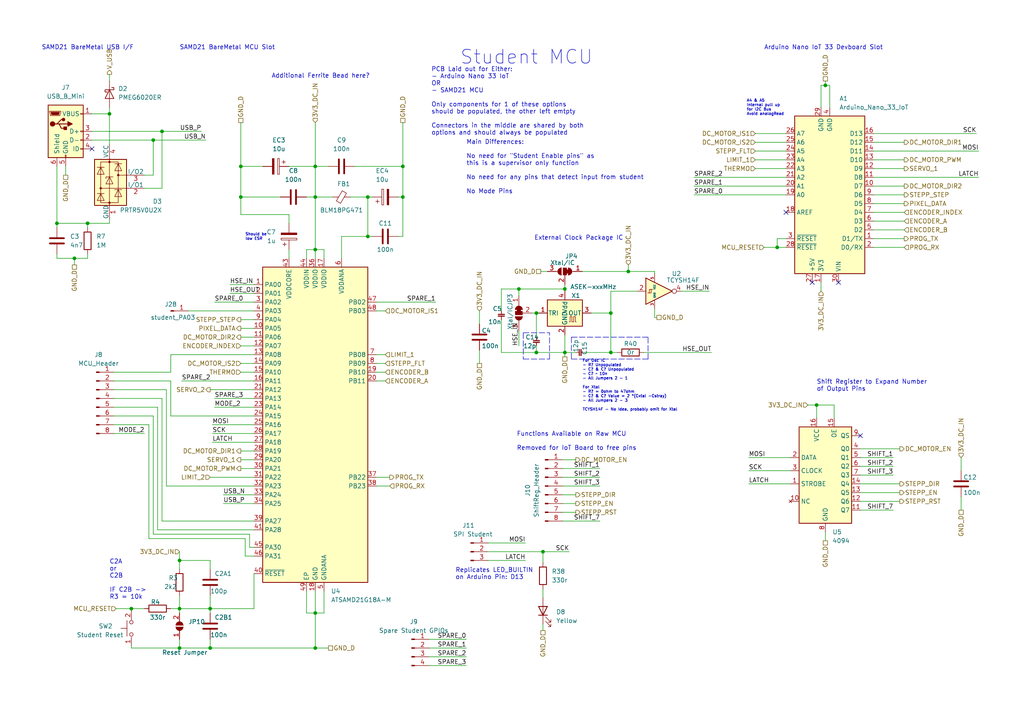
<source format=kicad_sch>
(kicad_sch (version 20211123) (generator eeschema)
  (paper "A4")
  (lib_symbols
    (symbol "000_Capacitor_Electrolytic_Immo:22u" (pin_numbers hide) (pin_names (offset 0.254))
      (property "Reference" "EC" (at 0.635 2.54 0))
      (property "Value" "22u" (at 0.635 -2.54 0))
      (symbol "22u_1_1"
        (pin passive line (at 0 3.81 270) (length 2.794) (name "~") (number "1"))
        (pin passive line (at 0 -3.81 90) (length 2.794) (name "~") (number "2"))
      )
    )
    (symbol "000_Capacitor_Film_Immo:cap_film_0805" (pin_numbers hide) (pin_names (offset 0.254))
      (property "Reference" "C" (at 0.635 2.54 0))
      (property "Value" "cap_film_0805" (at 0.635 -2.54 0))
      (symbol "cap_film_0805_1_1"
        (pin passive line (at 0 3.81 270) (length 2.794) (name "~") (number "1"))
        (pin passive line (at 0 -3.81 90) (length 2.794) (name "~") (number "2"))
      )
    )
    (symbol "000_Capacitor_Film_Immo:cap_film_0805_mini" (pin_numbers hide) (pin_names (offset 0.254))
      (property "Reference" "C" (at 0.635 2.54 0))
      (property "Value" "cap_film_0805_mini" (at 0.635 -2.54 0))
      (symbol "cap_film_0805_mini_1_1"
        (pin passive line (at 0 1.27 270) (length 1) (name "~") (number "1"))
        (pin passive line (at 0 -1.27 90) (length 1) (name "~") (number "2"))
      )
    )
    (symbol "000_Capacitor_Film_Immo:tantalum" (pin_numbers hide) (pin_names (offset 0.254))
      (property "Reference" "EC" (at 0.635 2.54 0))
      (property "Value" "tantalum" (at 0.635 -2.54 0))
      (symbol "tantalum_1_1"
        (pin passive line (at 0 3.81 270) (length 2.794) (name "~") (number "1"))
        (pin passive line (at 0 -3.81 90) (length 2.794) (name "~") (number "2"))
      )
    )
    (symbol "000_Logic_IC_Immo:4094"
      (property "Reference" "U" (at -7.62 13.97 0))
      (property "Value" "4094" (at -7.62 -16.51 0))
      (symbol "4094_1_0"
        (pin input line (at -10.16 -3.81 0) (length 2.54) (name "STROBE") (number "1"))
        (pin no_connect line (at -10.16 -8.89 0) (length 2.54) (name "NC") (number "10"))
        (pin tri_state line (at 10.16 -11.43 180) (length 2.54) (name "Q7") (number "11"))
        (pin tri_state line (at 10.16 -8.89 180) (length 2.54) (name "Q6") (number "12"))
        (pin tri_state line (at 10.16 -6.35 180) (length 2.54) (name "Q5") (number "13"))
        (pin tri_state line (at 10.16 -3.81 180) (length 2.54) (name "Q4") (number "14"))
        (pin input line (at 2.54 15.24 270) (length 2.54) (name "OE") (number "15"))
        (pin power_in line (at -2.54 15.24 270) (length 2.54) (name "VCC") (number "16"))
        (pin input line (at -10.16 3.81 0) (length 2.54) (name "DATA") (number "2"))
        (pin input line (at -10.16 0 0) (length 2.54) (name "CLOCK") (number "3"))
        (pin tri_state line (at 10.16 6.35 180) (length 2.54) (name "Q0") (number "4"))
        (pin tri_state line (at 10.16 3.81 180) (length 2.54) (name "Q1") (number "5"))
        (pin tri_state line (at 10.16 1.27 180) (length 2.54) (name "Q2") (number "6"))
        (pin tri_state line (at 10.16 -1.27 180) (length 2.54) (name "Q3") (number "7"))
        (pin power_in line (at 0 -17.78 90) (length 2.54) (name "GND") (number "8"))
        (pin output line (at 10.16 10.16 180) (length 2.54) (name "QS") (number "9"))
      )
    )
    (symbol "000_Oscillator_Immo:ASEK-xxxMHz" (pin_names (offset 0.254))
      (property "Reference" "X" (at -5.08 6.35 0))
      (property "Value" "ASEK-xxxMHz" (at 1.27 -6.35 0))
      (symbol "ASEK-xxxMHz_1_1"
        (pin tri_state line (at -7.62 0 0) (length 2.54) (name "TRI") (number "1"))
        (pin power_in line (at 0 -6.35 90) (length 2.54) (name "GND") (number "2"))
        (pin output line (at 7.62 0 180) (length 2.54) (name "OUT") (number "3"))
        (pin power_in line (at 0 6.35 270) (length 2.54) (name "Vdd") (number "4"))
      )
    )
    (symbol "000_Pin_Headers_Immo:Conn_01x01_Male" (pin_names (offset 1.016) hide)
      (property "Reference" "J" (at 0 2.54 0))
      (property "Value" "Conn_01x01_Male" (at 0 -2.54 0))
      (symbol "Conn_01x01_Male_1_1"
        (pin passive line (at 5.08 0 180) (length 3.81) (name "Pin_1") (number "1"))
      )
    )
    (symbol "000_Resistors_Immo:Resistor_0805" (pin_numbers hide) (pin_names (offset 0))
      (property "Reference" "R?" (at -2.54 3.81 0))
      (property "Value" "Resistor_0805" (at -5.08 2.54 0))
      (symbol "Resistor_0805_1_1"
        (pin passive line (at -3.81 0 0) (length 1.27) (name "~") (number "1"))
        (pin passive line (at 3.81 0 180) (length 1.27) (name "~") (number "2"))
      )
    )
    (symbol "000_Switches_Immo:pushbutton_tactile_2pin_SMD" (pin_names (offset 1.016) hide)
      (property "Reference" "SW" (at 0.635 5.715 0))
      (property "Value" "pushbutton_tactile_2pin_SMD" (at 0 -3.175 0))
      (symbol "pushbutton_tactile_2pin_SMD_0_1"
        (pin passive line (at -5.08 2.54 0) (length 2.54) (name "1") (number "1"))
        (pin passive line (at 5.08 2.54 180) (length 2.6) (name "2") (number "2"))
      )
    )
    (symbol "74xGxx:SN74LVC1G14DBV"
      (property "Reference" "U" (at -2.54 5.08 0))
      (property "Value" "SN74LVC1G14DBV" (at 10.16 5.08 0))
      (symbol "SN74LVC1G14DBV_1_1"
        (pin no_connect line (at 5.08 0 180) (length 2.54) hide (name "NC") (number "1"))
        (pin input line (at -5.08 0 0) (length 2.54) (name "~") (number "2"))
        (pin power_in line (at 0 -5.08 90) (length 2.54) (name "GND") (number "3"))
        (pin output line (at 7.62 0 180) (length 1.27) (name "~") (number "4"))
        (pin power_in line (at 0 5.08 270) (length 2.54) (name "VCC") (number "5"))
      )
    )
    (symbol "Connector:Conn_01x03_Male" (pin_names (offset 1.016) hide)
      (property "Reference" "J" (at 0 5.08 0))
      (property "Value" "Conn_01x03_Male" (at 2.54 -4.191 0))
      (symbol "Conn_01x03_Male_1_1"
        (pin passive line (at 5.08 2.54 180) (length 3.81) (name "Pin_1") (number "1"))
        (pin passive line (at 5.08 0 180) (length 3.81) (name "Pin_2") (number "2"))
        (pin passive line (at 5.08 -2.54 180) (length 3.81) (name "Pin_3") (number "3"))
      )
    )
    (symbol "Connector:Conn_01x04_Male" (pin_names (offset 1.016) hide)
      (property "Reference" "J" (at 0 5.08 0))
      (property "Value" "Conn_01x04_Male" (at 0 -7.62 0))
      (symbol "Conn_01x04_Male_1_1"
        (pin passive line (at 5.08 2.54 180) (length 3.81) (name "Pin_1") (number "1"))
        (pin passive line (at 5.08 0 180) (length 3.81) (name "Pin_2") (number "2"))
        (pin passive line (at 5.08 -2.54 180) (length 3.81) (name "Pin_3") (number "3"))
        (pin passive line (at 5.08 -5.08 180) (length 3.81) (name "Pin_4") (number "4"))
      )
    )
    (symbol "Connector:Conn_01x08_Male" (pin_names (offset 1.016) hide)
      (property "Reference" "J" (at 0 10.16 0))
      (property "Value" "Conn_01x08_Male" (at 0 -12.7 0))
      (symbol "Conn_01x08_Male_1_1"
        (pin passive line (at 5.08 7.62 180) (length 3.81) (name "Pin_1") (number "1"))
        (pin passive line (at 5.08 5.08 180) (length 3.81) (name "Pin_2") (number "2"))
        (pin passive line (at 5.08 2.54 180) (length 3.81) (name "Pin_3") (number "3"))
        (pin passive line (at 5.08 0 180) (length 3.81) (name "Pin_4") (number "4"))
        (pin passive line (at 5.08 -2.54 180) (length 3.81) (name "Pin_5") (number "5"))
        (pin passive line (at 5.08 -5.08 180) (length 3.81) (name "Pin_6") (number "6"))
        (pin passive line (at 5.08 -7.62 180) (length 3.81) (name "Pin_7") (number "7"))
        (pin passive line (at 5.08 -10.16 180) (length 3.81) (name "Pin_8") (number "8"))
      )
    )
    (symbol "Connector:USB_B_Mini" (pin_names (offset 1.016))
      (property "Reference" "J" (at -5.08 11.43 0))
      (property "Value" "USB_B_Mini" (at -5.08 8.89 0))
      (symbol "USB_B_Mini_1_1"
        (pin power_out line (at 7.62 5.08 180) (length 2.54) (name "VBUS") (number "1"))
        (pin bidirectional line (at 7.62 -2.54 180) (length 2.54) (name "D-") (number "2"))
        (pin bidirectional line (at 7.62 0 180) (length 2.54) (name "D+") (number "3"))
        (pin passive line (at 7.62 -5.08 180) (length 2.54) (name "ID") (number "4"))
        (pin power_out line (at 0 -10.16 90) (length 2.54) (name "GND") (number "5"))
        (pin passive line (at -2.54 -10.16 90) (length 2.54) (name "Shield") (number "6"))
      )
    )
    (symbol "Device:FerriteBead_Small" (pin_numbers hide) (pin_names (offset 0))
      (property "Reference" "FB" (at 1.905 1.27 0))
      (property "Value" "FerriteBead_Small" (at 1.905 -1.27 0))
      (symbol "FerriteBead_Small_1_1"
        (pin passive line (at 0 2.54 270) (length 1.27) (name "~") (number "1"))
        (pin passive line (at 0 -2.54 90) (length 1.27) (name "~") (number "2"))
      )
    )
    (symbol "Device:LED" (pin_numbers hide) (pin_names (offset 1.016) hide)
      (property "Reference" "D" (at 0 2.54 0))
      (property "Value" "LED" (at 0 -2.54 0))
      (symbol "LED_1_1"
        (pin passive line (at -3.81 0 0) (length 2.54) (name "K") (number "1"))
        (pin passive line (at 3.81 0 180) (length 2.54) (name "A") (number "2"))
      )
    )
    (symbol "Diode:PMEG6020ER" (pin_numbers hide) (pin_names hide)
      (property "Reference" "D" (at 0 2.54 0))
      (property "Value" "PMEG6020ER" (at 0 -2.54 0))
      (symbol "PMEG6020ER_1_1"
        (pin passive line (at -3.81 0 0) (length 2.54) (name "K") (number "1"))
        (pin passive line (at 3.81 0 180) (length 2.54) (name "A") (number "2"))
      )
    )
    (symbol "Jumper:SolderJumper_2_Open" (pin_names (offset 0) hide)
      (property "Reference" "JP" (at 0 2.032 0))
      (property "Value" "SolderJumper_2_Open" (at 0 -2.54 0))
      (symbol "SolderJumper_2_Open_1_1"
        (pin passive line (at -3.81 0 0) (length 2.54) (name "A") (number "1"))
        (pin passive line (at 3.81 0 180) (length 2.54) (name "B") (number "2"))
      )
    )
    (symbol "MCU_Microchip_SAMD:ATSAMD21G18A-M"
      (property "Reference" "U" (at -13.97 46.99 0))
      (property "Value" "ATSAMD21G18A-M" (at 16.51 46.99 0))
      (symbol "ATSAMD21G18A-M_1_1"
        (pin bidirectional line (at -17.78 40.64 0) (length 2.54) (name "PA00") (number "1"))
        (pin bidirectional line (at -17.78 27.94 0) (length 2.54) (name "PA05") (number "10"))
        (pin bidirectional line (at -17.78 25.4 0) (length 2.54) (name "PA06") (number "11"))
        (pin bidirectional line (at -17.78 22.86 0) (length 2.54) (name "PA07") (number "12"))
        (pin bidirectional line (at -17.78 20.32 0) (length 2.54) (name "PA08") (number "13"))
        (pin bidirectional line (at -17.78 17.78 0) (length 2.54) (name "PA09") (number "14"))
        (pin bidirectional line (at -17.78 15.24 0) (length 2.54) (name "PA10") (number "15"))
        (pin bidirectional line (at -17.78 12.7 0) (length 2.54) (name "PA11") (number "16"))
        (pin power_in line (at 2.54 48.26 270) (length 2.54) (name "VDDIO") (number "17"))
        (pin power_in line (at 0 -48.26 90) (length 2.54) (name "GND") (number "18"))
        (pin bidirectional line (at 17.78 15.24 180) (length 2.54) (name "PB10") (number "19"))
        (pin bidirectional line (at -17.78 38.1 0) (length 2.54) (name "PA01") (number "2"))
        (pin bidirectional line (at 17.78 12.7 180) (length 2.54) (name "PB11") (number "20"))
        (pin bidirectional line (at -17.78 10.16 0) (length 2.54) (name "PA12") (number "21"))
        (pin bidirectional line (at -17.78 7.62 0) (length 2.54) (name "PA13") (number "22"))
        (pin bidirectional line (at -17.78 5.08 0) (length 2.54) (name "PA14") (number "23"))
        (pin bidirectional line (at -17.78 2.54 0) (length 2.54) (name "PA15") (number "24"))
        (pin bidirectional line (at -17.78 0 0) (length 2.54) (name "PA16") (number "25"))
        (pin bidirectional line (at -17.78 -2.54 0) (length 2.54) (name "PA17") (number "26"))
        (pin bidirectional line (at -17.78 -5.08 0) (length 2.54) (name "PA18") (number "27"))
        (pin bidirectional line (at -17.78 -7.62 0) (length 2.54) (name "PA19") (number "28"))
        (pin bidirectional line (at -17.78 -10.16 0) (length 2.54) (name "PA20") (number "29"))
        (pin bidirectional line (at -17.78 35.56 0) (length 2.54) (name "PA02") (number "3"))
        (pin bidirectional line (at -17.78 -12.7 0) (length 2.54) (name "PA21") (number "30"))
        (pin bidirectional line (at -17.78 -15.24 0) (length 2.54) (name "PA22") (number "31"))
        (pin bidirectional line (at -17.78 -17.78 0) (length 2.54) (name "PA23") (number "32"))
        (pin bidirectional line (at -17.78 -20.32 0) (length 2.54) (name "PA24") (number "33"))
        (pin bidirectional line (at -17.78 -22.86 0) (length 2.54) (name "PA25") (number "34"))
        (pin passive line (at 0 -48.26 90) (length 2.54) hide (name "GND") (number "35"))
        (pin power_in line (at 0 48.26 270) (length 2.54) (name "VDDIO") (number "36"))
        (pin bidirectional line (at 17.78 -15.24 180) (length 2.54) (name "PB22") (number "37"))
        (pin bidirectional line (at 17.78 -17.78 180) (length 2.54) (name "PB23") (number "38"))
        (pin bidirectional line (at -17.78 -27.94 0) (length 2.54) (name "PA27") (number "39"))
        (pin bidirectional line (at -17.78 33.02 0) (length 2.54) (name "PA03") (number "4"))
        (pin input line (at -17.78 -43.18 0) (length 2.54) (name "~{RESET}") (number "40"))
        (pin bidirectional line (at -17.78 -30.48 0) (length 2.54) (name "PA28") (number "41"))
        (pin passive line (at 0 -48.26 90) (length 2.54) hide (name "GND") (number "42"))
        (pin power_out line (at -7.62 48.26 270) (length 2.54) (name "VDDCORE") (number "43"))
        (pin power_in line (at -2.54 48.26 270) (length 2.54) (name "VDDIN") (number "44"))
        (pin bidirectional line (at -17.78 -35.56 0) (length 2.54) (name "PA30") (number "45"))
        (pin bidirectional line (at -17.78 -38.1 0) (length 2.54) (name "PA31") (number "46"))
        (pin bidirectional line (at 17.78 35.56 180) (length 2.54) (name "PB02") (number "47"))
        (pin bidirectional line (at 17.78 33.02 180) (length 2.54) (name "PB03") (number "48"))
        (pin passive line (at -2.54 -48.26 90) (length 2.54) (name "EP") (number "49"))
        (pin power_in line (at 2.54 -48.26 90) (length 2.54) (name "GNDANA") (number "5"))
        (pin power_in line (at 7.62 48.26 270) (length 2.54) (name "VDDANA") (number "6"))
        (pin bidirectional line (at 17.78 20.32 180) (length 2.54) (name "PB08") (number "7"))
        (pin bidirectional line (at 17.78 17.78 180) (length 2.54) (name "PB09") (number "8"))
        (pin bidirectional line (at -17.78 30.48 0) (length 2.54) (name "PA04") (number "9"))
      )
    )
    (symbol "MCU_Module:Arduino_Nano_33_IoT"
      (property "Reference" "A" (at -10.16 23.495 0))
      (property "Value" "Arduino_Nano_33_IoT" (at 5.08 -24.13 0))
      (symbol "Arduino_Nano_33_IoT_0_0"
        (text "~" (at -6.35 -7.62 0) (effects (font (size 1.27 1.27))))
        (text "~" (at -6.35 0 0) (effects (font (size 1.27 1.27))))
        (text "~" (at -6.35 2.54 0) (effects (font (size 1.27 1.27))))
        (text "~" (at -6.35 7.62 0) (effects (font (size 1.27 1.27))))
        (text "~" (at -6.35 10.16 0) (effects (font (size 1.27 1.27))))
        (text "~" (at -5.08 -15.24 0) (effects (font (size 1.27 1.27))))
        (text "~" (at -5.08 -12.7 0) (effects (font (size 1.27 1.27))))
        (text "~" (at -5.08 -10.16 0) (effects (font (size 1.27 1.27))))
        (text "~" (at 6.35 -12.7 0) (effects (font (size 1.27 1.27))))
        (text "~" (at 6.35 -7.62 0) (effects (font (size 1.27 1.27))))
        (text "~" (at 6.35 -5.08 0) (effects (font (size 1.27 1.27))))
      )
      (symbol "Arduino_Nano_33_IoT_1_1"
        (pin bidirectional line (at -12.7 12.7 0) (length 2.54) (name "D1/TX") (number "1"))
        (pin bidirectional line (at -12.7 -2.54 0) (length 2.54) (name "D7") (number "10"))
        (pin bidirectional line (at -12.7 -5.08 0) (length 2.54) (name "D8") (number "11"))
        (pin bidirectional line (at -12.7 -7.62 0) (length 2.54) (name "D9") (number "12"))
        (pin bidirectional line (at -12.7 -10.16 0) (length 2.54) (name "D10") (number "13"))
        (pin bidirectional line (at -12.7 -12.7 0) (length 2.54) (name "D11") (number "14"))
        (pin bidirectional line (at -12.7 -15.24 0) (length 2.54) (name "D12") (number "15"))
        (pin bidirectional line (at -12.7 -17.78 0) (length 2.54) (name "D13") (number "16"))
        (pin power_out line (at 2.54 25.4 270) (length 2.54) (name "3V3") (number "17"))
        (pin input line (at 12.7 5.08 180) (length 2.54) (name "AREF") (number "18"))
        (pin bidirectional line (at 12.7 0 180) (length 2.54) (name "A0") (number "19"))
        (pin bidirectional line (at -12.7 15.24 0) (length 2.54) (name "D0/RX") (number "2"))
        (pin bidirectional line (at 12.7 -2.54 180) (length 2.54) (name "A1") (number "20"))
        (pin bidirectional line (at 12.7 -5.08 180) (length 2.54) (name "A2") (number "21"))
        (pin bidirectional line (at 12.7 -7.62 180) (length 2.54) (name "A3") (number "22"))
        (pin bidirectional line (at 12.7 -10.16 180) (length 2.54) (name "A4") (number "23"))
        (pin bidirectional line (at 12.7 -12.7 180) (length 2.54) (name "A5") (number "24"))
        (pin bidirectional line (at 12.7 -15.24 180) (length 2.54) (name "A6") (number "25"))
        (pin bidirectional line (at 12.7 -17.78 180) (length 2.54) (name "A7") (number "26"))
        (pin power_out line (at 5.08 25.4 270) (length 2.54) (name "+5V") (number "27"))
        (pin input line (at 12.7 15.24 180) (length 2.54) (name "~{RESET}") (number "28"))
        (pin power_in line (at 2.54 -25.4 90) (length 2.54) (name "GND") (number "29"))
        (pin input line (at 12.7 12.7 180) (length 2.54) (name "~{RESET}") (number "3"))
        (pin power_in line (at -2.54 25.4 270) (length 2.54) (name "VIN") (number "30"))
        (pin power_in line (at 0 -25.4 90) (length 2.54) (name "GND") (number "4"))
        (pin bidirectional line (at -12.7 10.16 0) (length 2.54) (name "D2") (number "5"))
        (pin bidirectional line (at -12.7 7.62 0) (length 2.54) (name "D3") (number "6"))
        (pin bidirectional line (at -12.7 5.08 0) (length 2.54) (name "D4") (number "7"))
        (pin bidirectional line (at -12.7 2.54 0) (length 2.54) (name "D5") (number "8"))
        (pin bidirectional line (at -12.7 0 0) (length 2.54) (name "D6") (number "9"))
      )
    )
    (symbol "Power_Protection:PRTR5V0U2X_smaller" (pin_names (offset 0))
      (property "Reference" "D" (at 2.794 8.636 0))
      (property "Value" "PRTR5V0U2X_smaller" (at 13.97 -11.43 0))
      (symbol "PRTR5V0U2X_smaller_1_1"
        (pin passive line (at 0 -10.16 90) (length 4) (name "GND") (number "1"))
        (pin passive line (at 10.16 -1.27 180) (length 5.08) (name "I/O1") (number "2"))
        (pin passive line (at 10.16 2.54 180) (length 5.08) (name "I/O2") (number "3"))
        (pin passive line (at 0 11.43 270) (length 4) (name "VCC") (number "4"))
      )
    )
    (symbol "SolderJumper_3_Bridged12_1" (pin_names (offset 0) hide)
      (property "Reference" "JP" (at -2.54 -2.54 0))
      (property "Value" "SolderJumper_3_Bridged12_1" (at 0 2.794 0))
      (symbol "SolderJumper_3_Bridged12_1_1_1"
        (pin passive line (at -5.08 0 0) (length 2.54) (name "A") (number "1"))
        (pin input line (at 0 -3.81 90) (length 2.54) (name "C") (number "2"))
        (pin passive line (at 5.08 0 180) (length 2.54) (name "B") (number "3"))
      )
    )
    (symbol "SolderJumper_3_Bridged12_2" (pin_names (offset 0) hide)
      (property "Reference" "JP" (at -2.54 -2.54 0))
      (property "Value" "SolderJumper_3_Bridged12_2" (at 0 2.794 0))
      (symbol "SolderJumper_3_Bridged12_2_1_1"
        (pin passive line (at -5.08 0 0) (length 2.54) (name "A") (number "1"))
        (pin input line (at 0 -3.81 90) (length 2.54) (name "C") (number "2"))
        (pin passive line (at 5.08 0 180) (length 2.54) (name "B") (number "3"))
      )
    )
  )
  (junction (at 91.44 57.15))
  (junction (at 16.51 64.77))
  (junction (at 177.165 102.235))
  (junction (at 44.45 40.64))
  (junction (at 155.575 102.235))
  (junction (at 38.1 176.53))
  (junction (at 52.07 187.96))
  (junction (at 69.85 48.26))
  (junction (at 155.575 90.805))
  (junction (at 21.59 74.93))
  (junction (at 239.395 24.765))
  (junction (at 25.4 64.77))
  (junction (at 52.07 162.56))
  (junction (at 236.855 117.475))
  (junction (at 177.165 90.805))
  (junction (at 91.44 187.96))
  (junction (at 46.99 38.1))
  (junction (at 116.84 57.15))
  (junction (at 163.83 102.235))
  (junction (at 157.48 160.02))
  (junction (at 91.44 48.26))
  (junction (at 31.75 33.02))
  (junction (at 60.96 187.96))
  (junction (at 106.68 68.58))
  (junction (at 91.44 177.8))
  (junction (at 69.85 57.15))
  (junction (at 163.83 83.82))
  (junction (at 91.44 72.39))
  (junction (at 182.245 78.74))
  (junction (at 52.07 176.53))
  (junction (at 116.84 48.26))
  (junction (at 106.68 57.15))
  (junction (at 225.425 71.755))
  (junction (at 150.495 83.82))
  (junction (at 60.96 176.53))
  (no_connect (at 249.555 126.365))
  (no_connect (at 227.965 61.595))
  (no_connect (at 26.67 43.18))
  (no_connect (at 235.585 81.915))
  (no_connect (at 243.205 81.915))
  (wire (pts (xy 234.315 117.475) (xy 236.855 117.475)))
  (wire (pts (xy 46.99 115.57) (xy 33.02 115.57)))
  (wire (pts (xy 219.075 41.275) (xy 227.965 41.275)))
  (wire (pts (xy 157.48 170.815) (xy 157.48 173.355)))
  (polyline (pts (xy 187.96 104.14) (xy 187.96 97.79)))
  (wire (pts (xy 93.98 171.45) (xy 93.98 177.8)))
  (wire (pts (xy 189.865 92.075) (xy 190.5 92.075)))
  (wire (pts (xy 177.165 90.805) (xy 177.165 102.235)))
  (wire (pts (xy 157.48 160.02) (xy 157.48 163.195)))
  (wire (pts (xy 72.39 154.94) (xy 44.45 154.94)))
  (wire (pts (xy 283.845 51.435) (xy 253.365 51.435)))
  (wire (pts (xy 141.605 162.56) (xy 152.4 162.56)))
  (wire (pts (xy 88.9 74.93) (xy 88.9 72.39)))
  (wire (pts (xy 73.66 140.97) (xy 48.26 140.97)))
  (wire (pts (xy 83.82 64.77) (xy 83.82 62.23)))
  (wire (pts (xy 49.53 120.65) (xy 49.53 110.49)))
  (wire (pts (xy 60.96 113.03) (xy 73.66 113.03)))
  (wire (pts (xy 249.555 140.335) (xy 260.985 140.335)))
  (wire (pts (xy 238.125 81.915) (xy 238.125 84.455)))
  (wire (pts (xy 111.76 107.95) (xy 109.22 107.95)))
  (wire (pts (xy 163.195 146.05) (xy 167.005 146.05)))
  (wire (pts (xy 109.22 87.63) (xy 126.365 87.63)))
  (wire (pts (xy 64.77 143.51) (xy 73.66 143.51)))
  (wire (pts (xy 145.415 102.235) (xy 155.575 102.235)))
  (wire (pts (xy 116.84 68.58) (xy 115.57 68.58)))
  (wire (pts (xy 168.91 78.74) (xy 182.245 78.74)))
  (wire (pts (xy 61.595 123.19) (xy 73.66 123.19)))
  (wire (pts (xy 141.605 157.48) (xy 152.4 157.48)))
  (wire (pts (xy 62.23 87.63) (xy 73.66 87.63)))
  (wire (pts (xy 155.575 100.33) (xy 155.575 102.235)))
  (wire (pts (xy 239.395 24.765) (xy 238.125 24.765)))
  (wire (pts (xy 54.61 90.17) (xy 73.66 90.17)))
  (wire (pts (xy 145.415 83.82) (xy 150.495 83.82)))
  (polyline (pts (xy 151.765 104.14) (xy 159.385 104.14)))
  (wire (pts (xy 253.365 71.755) (xy 262.255 71.755)))
  (wire (pts (xy 44.45 120.65) (xy 33.02 120.65)))
  (wire (pts (xy 16.51 48.26) (xy 16.51 64.77)))
  (wire (pts (xy 25.4 64.77) (xy 16.51 64.77)))
  (wire (pts (xy 154.305 90.805) (xy 155.575 90.805)))
  (polyline (pts (xy 165.735 104.14) (xy 187.96 104.14)))
  (wire (pts (xy 49.53 110.49) (xy 33.02 110.49)))
  (wire (pts (xy 157.48 160.02) (xy 165.1 160.02)))
  (wire (pts (xy 116.84 35.56) (xy 116.84 48.26)))
  (polyline (pts (xy 165.735 97.79) (xy 187.96 97.79)))
  (wire (pts (xy 69.85 62.23) (xy 69.85 57.15)))
  (wire (pts (xy 93.98 74.93) (xy 93.98 72.39)))
  (wire (pts (xy 33.655 176.53) (xy 38.1 176.53)))
  (wire (pts (xy 93.98 72.39) (xy 91.44 72.39)))
  (wire (pts (xy 239.395 156.845) (xy 239.395 154.305)))
  (wire (pts (xy 253.365 66.675) (xy 262.255 66.675)))
  (wire (pts (xy 225.425 71.755) (xy 225.425 69.215)))
  (wire (pts (xy 249.555 145.415) (xy 260.985 145.415)))
  (wire (pts (xy 253.365 64.135) (xy 262.255 64.135)))
  (wire (pts (xy 69.85 133.35) (xy 73.66 133.35)))
  (wire (pts (xy 219.075 38.735) (xy 227.965 38.735)))
  (wire (pts (xy 69.85 48.26) (xy 76.2 48.26)))
  (wire (pts (xy 109.22 140.97) (xy 113.03 140.97)))
  (wire (pts (xy 69.85 130.81) (xy 73.66 130.81)))
  (wire (pts (xy 62.23 118.11) (xy 73.66 118.11)))
  (wire (pts (xy 111.76 90.17) (xy 109.22 90.17)))
  (wire (pts (xy 253.365 48.895) (xy 262.255 48.895)))
  (wire (pts (xy 73.66 102.87) (xy 49.53 102.87)))
  (wire (pts (xy 155.575 90.805) (xy 156.21 90.805)))
  (wire (pts (xy 145.415 83.82) (xy 145.415 90.17)))
  (wire (pts (xy 150.495 95.885) (xy 150.495 100.33)))
  (wire (pts (xy 19.05 50.8) (xy 19.05 48.26)))
  (wire (pts (xy 239.395 24.765) (xy 239.395 23.495)))
  (wire (pts (xy 163.83 97.155) (xy 163.83 102.235)))
  (wire (pts (xy 262.255 53.975) (xy 253.365 53.975)))
  (wire (pts (xy 253.365 46.355) (xy 262.255 46.355)))
  (wire (pts (xy 155.575 102.235) (xy 163.83 102.235)))
  (wire (pts (xy 253.365 56.515) (xy 262.255 56.515)))
  (wire (pts (xy 60.96 176.53) (xy 60.96 177.8)))
  (wire (pts (xy 163.83 83.82) (xy 163.83 84.455)))
  (wire (pts (xy 169.545 102.235) (xy 177.165 102.235)))
  (polyline (pts (xy 165.735 97.79) (xy 165.735 104.14)))
  (wire (pts (xy 31.75 64.77) (xy 25.4 64.77)))
  (wire (pts (xy 48.26 140.97) (xy 48.26 113.03)))
  (wire (pts (xy 73.66 176.53) (xy 73.66 166.37)))
  (wire (pts (xy 83.82 72.39) (xy 83.82 74.93)))
  (wire (pts (xy 116.84 57.15) (xy 116.84 68.58)))
  (wire (pts (xy 225.425 71.755) (xy 227.965 71.755)))
  (wire (pts (xy 38.1 176.53) (xy 38.1 177.165)))
  (wire (pts (xy 25.4 74.93) (xy 21.59 74.93)))
  (wire (pts (xy 60.96 176.53) (xy 73.66 176.53)))
  (wire (pts (xy 52.07 185.42) (xy 52.07 187.96)))
  (wire (pts (xy 43.18 156.21) (xy 43.18 123.19)))
  (wire (pts (xy 88.9 57.15) (xy 91.44 57.15)))
  (polyline (pts (xy 151.765 96.52) (xy 159.385 96.52)))
  (wire (pts (xy 111.76 102.87) (xy 109.22 102.87)))
  (wire (pts (xy 238.125 31.115) (xy 238.125 24.765)))
  (wire (pts (xy 106.68 57.15) (xy 107.95 57.15)))
  (wire (pts (xy 150.495 83.82) (xy 150.495 85.725)))
  (wire (pts (xy 163.195 138.43) (xy 173.99 138.43)))
  (wire (pts (xy 73.66 161.29) (xy 71.12 161.29)))
  (wire (pts (xy 45.72 118.11) (xy 33.02 118.11)))
  (wire (pts (xy 99.06 68.58) (xy 99.06 74.93)))
  (wire (pts (xy 240.665 24.765) (xy 239.395 24.765)))
  (wire (pts (xy 31.75 63.5) (xy 31.75 64.77)))
  (wire (pts (xy 69.85 48.26) (xy 69.85 35.56)))
  (wire (pts (xy 16.51 74.93) (xy 16.51 73.66)))
  (wire (pts (xy 44.45 40.64) (xy 59.69 40.64)))
  (wire (pts (xy 60.96 185.42) (xy 60.96 187.96)))
  (wire (pts (xy 249.555 132.715) (xy 259.08 132.715)))
  (wire (pts (xy 157.48 180.975) (xy 157.48 182.88)))
  (wire (pts (xy 46.99 38.1) (xy 58.42 38.1)))
  (wire (pts (xy 163.195 151.13) (xy 173.99 151.13)))
  (wire (pts (xy 201.295 56.515) (xy 227.965 56.515)))
  (wire (pts (xy 241.935 117.475) (xy 241.935 121.285)))
  (wire (pts (xy 262.255 41.275) (xy 253.365 41.275)))
  (wire (pts (xy 43.18 123.19) (xy 33.02 123.19)))
  (wire (pts (xy 31.75 33.02) (xy 31.75 41.91)))
  (wire (pts (xy 236.855 117.475) (xy 241.935 117.475)))
  (wire (pts (xy 91.44 72.39) (xy 91.44 74.93)))
  (wire (pts (xy 61.595 128.27) (xy 73.66 128.27)))
  (wire (pts (xy 66.675 82.55) (xy 73.66 82.55)))
  (wire (pts (xy 21.59 74.93) (xy 21.59 76.835)))
  (wire (pts (xy 150.495 83.82) (xy 163.83 83.82)))
  (wire (pts (xy 25.4 73.66) (xy 25.4 74.93)))
  (wire (pts (xy 88.9 72.39) (xy 91.44 72.39)))
  (wire (pts (xy 41.91 54.61) (xy 46.99 54.61)))
  (wire (pts (xy 61.595 125.73) (xy 73.66 125.73)))
  (wire (pts (xy 33.02 107.95) (xy 49.53 107.95)))
  (wire (pts (xy 41.91 50.8) (xy 44.45 50.8)))
  (wire (pts (xy 73.66 158.75) (xy 72.39 158.75)))
  (wire (pts (xy 141.605 160.02) (xy 157.48 160.02)))
  (wire (pts (xy 91.44 177.8) (xy 91.44 187.96)))
  (wire (pts (xy 91.44 171.45) (xy 91.44 177.8)))
  (wire (pts (xy 111.76 110.49) (xy 109.22 110.49)))
  (wire (pts (xy 177.165 102.235) (xy 179.07 102.235)))
  (wire (pts (xy 69.85 107.95) (xy 73.66 107.95)))
  (wire (pts (xy 124.46 190.5) (xy 135.255 190.5)))
  (wire (pts (xy 124.46 185.42) (xy 135.255 185.42)))
  (wire (pts (xy 73.66 146.05) (xy 64.77 146.05)))
  (wire (pts (xy 69.85 97.79) (xy 73.66 97.79)))
  (wire (pts (xy 16.51 64.77) (xy 16.51 66.04)))
  (wire (pts (xy 33.02 125.73) (xy 41.91 125.73)))
  (wire (pts (xy 69.85 105.41) (xy 73.66 105.41)))
  (wire (pts (xy 219.075 48.895) (xy 227.965 48.895)))
  (wire (pts (xy 139.065 90.17) (xy 139.065 93.98)))
  (wire (pts (xy 52.07 176.53) (xy 60.96 176.53)))
  (wire (pts (xy 124.46 187.96) (xy 135.255 187.96)))
  (wire (pts (xy 99.06 68.58) (xy 106.68 68.58)))
  (wire (pts (xy 44.45 50.8) (xy 44.45 40.64)))
  (wire (pts (xy 163.195 135.89) (xy 173.99 135.89)))
  (wire (pts (xy 31.75 21.59) (xy 31.75 23.495)))
  (wire (pts (xy 69.85 57.15) (xy 81.28 57.15)))
  (wire (pts (xy 72.39 154.94) (xy 72.39 158.75)))
  (wire (pts (xy 124.46 193.04) (xy 135.255 193.04)))
  (wire (pts (xy 52.07 162.56) (xy 60.96 162.56)))
  (wire (pts (xy 101.6 57.15) (xy 106.68 57.15)))
  (wire (pts (xy 21.59 74.93) (xy 16.51 74.93)))
  (wire (pts (xy 182.245 78.74) (xy 182.245 76.835)))
  (wire (pts (xy 73.66 151.13) (xy 46.99 151.13)))
  (wire (pts (xy 69.85 92.71) (xy 73.66 92.71)))
  (wire (pts (xy 52.07 187.96) (xy 60.96 187.96)))
  (wire (pts (xy 73.66 153.67) (xy 45.72 153.67)))
  (wire (pts (xy 91.44 187.96) (xy 95.25 187.96)))
  (wire (pts (xy 44.45 154.94) (xy 44.45 120.65)))
  (wire (pts (xy 49.53 102.87) (xy 49.53 107.95)))
  (wire (pts (xy 52.07 176.53) (xy 52.07 177.8)))
  (wire (pts (xy 109.22 138.43) (xy 113.03 138.43)))
  (wire (pts (xy 106.68 68.58) (xy 107.95 68.58)))
  (wire (pts (xy 139.065 105.41) (xy 139.065 101.6)))
  (wire (pts (xy 278.765 147.955) (xy 278.765 144.145)))
  (wire (pts (xy 249.555 135.255) (xy 259.08 135.255)))
  (wire (pts (xy 219.075 43.815) (xy 227.965 43.815)))
  (wire (pts (xy 163.195 148.59) (xy 167.005 148.59)))
  (wire (pts (xy 163.83 102.235) (xy 163.83 103.505)))
  (wire (pts (xy 111.76 105.41) (xy 109.22 105.41)))
  (wire (pts (xy 88.9 177.8) (xy 88.9 171.45)))
  (wire (pts (xy 145.415 92.71) (xy 145.415 102.235)))
  (polyline (pts (xy 151.765 96.52) (xy 151.765 104.14)))
  (wire (pts (xy 253.365 61.595) (xy 262.255 61.595)))
  (wire (pts (xy 48.26 113.03) (xy 33.02 113.03)))
  (wire (pts (xy 66.675 85.09) (xy 73.66 85.09)))
  (wire (pts (xy 91.44 177.8) (xy 93.98 177.8)))
  (wire (pts (xy 91.44 57.15) (xy 91.44 72.39)))
  (wire (pts (xy 249.555 142.875) (xy 260.985 142.875)))
  (wire (pts (xy 95.25 48.26) (xy 91.44 48.26)))
  (wire (pts (xy 249.555 130.175) (xy 260.985 130.175)))
  (wire (pts (xy 60.96 187.96) (xy 91.44 187.96)))
  (wire (pts (xy 201.295 53.975) (xy 227.965 53.975)))
  (wire (pts (xy 69.85 57.15) (xy 69.85 48.26)))
  (wire (pts (xy 158.75 78.74) (xy 156.845 78.74)))
  (wire (pts (xy 217.17 132.715) (xy 229.235 132.715)))
  (wire (pts (xy 278.765 132.715) (xy 278.765 136.525)))
  (wire (pts (xy 217.17 140.335) (xy 229.235 140.335)))
  (wire (pts (xy 249.555 147.955) (xy 259.08 147.955)))
  (wire (pts (xy 52.07 176.53) (xy 49.53 176.53)))
  (wire (pts (xy 163.195 143.51) (xy 167.005 143.51)))
  (wire (pts (xy 52.07 172.72) (xy 52.07 176.53)))
  (wire (pts (xy 106.68 57.15) (xy 106.68 68.58)))
  (wire (pts (xy 38.1 187.96) (xy 52.07 187.96)))
  (wire (pts (xy 46.99 151.13) (xy 46.99 115.57)))
  (wire (pts (xy 71.12 161.29) (xy 71.12 156.21)))
  (wire (pts (xy 236.855 117.475) (xy 236.855 121.285)))
  (wire (pts (xy 163.83 102.235) (xy 167.005 102.235)))
  (wire (pts (xy 167.005 133.35) (xy 163.195 133.35)))
  (wire (pts (xy 91.44 35.56) (xy 91.44 48.26)))
  (wire (pts (xy 186.69 102.235) (xy 206.375 102.235)))
  (wire (pts (xy 69.85 95.25) (xy 73.66 95.25)))
  (wire (pts (xy 116.84 57.15) (xy 115.57 57.15)))
  (wire (pts (xy 60.96 138.43) (xy 73.66 138.43)))
  (wire (pts (xy 91.44 57.15) (xy 96.52 57.15)))
  (wire (pts (xy 52.07 162.56) (xy 52.07 165.1)))
  (wire (pts (xy 177.165 84.455) (xy 184.785 84.455)))
  (wire (pts (xy 62.23 115.57) (xy 73.66 115.57)))
  (wire (pts (xy 253.365 59.055) (xy 262.255 59.055)))
  (wire (pts (xy 116.84 48.26) (xy 116.84 57.15)))
  (wire (pts (xy 163.83 82.55) (xy 163.83 83.82)))
  (wire (pts (xy 83.82 62.23) (xy 69.85 62.23)))
  (wire (pts (xy 38.1 187.325) (xy 38.1 187.96)))
  (wire (pts (xy 45.72 153.67) (xy 45.72 118.11)))
  (wire (pts (xy 71.12 156.21) (xy 43.18 156.21)))
  (wire (pts (xy 221.615 71.755) (xy 225.425 71.755)))
  (wire (pts (xy 171.45 90.805) (xy 177.165 90.805)))
  (wire (pts (xy 116.84 48.26) (xy 102.87 48.26)))
  (wire (pts (xy 219.075 46.355) (xy 227.965 46.355)))
  (wire (pts (xy 253.365 43.815) (xy 283.845 43.815)))
  (wire (pts (xy 163.195 140.97) (xy 173.99 140.97)))
  (wire (pts (xy 26.67 40.64) (xy 44.45 40.64)))
  (wire (pts (xy 38.1 176.53) (xy 41.91 176.53)))
  (wire (pts (xy 189.865 89.535) (xy 189.865 92.075)))
  (wire (pts (xy 26.67 38.1) (xy 46.99 38.1)))
  (wire (pts (xy 253.365 69.215) (xy 262.255 69.215)))
  (wire (pts (xy 83.82 48.26) (xy 91.44 48.26)))
  (wire (pts (xy 197.485 84.455) (xy 205.74 84.455)))
  (wire (pts (xy 52.07 160.02) (xy 52.07 162.56)))
  (wire (pts (xy 91.44 48.26) (xy 91.44 57.15)))
  (wire (pts (xy 240.665 31.115) (xy 240.665 24.765)))
  (wire (pts (xy 155.575 90.805) (xy 155.575 97.79)))
  (wire (pts (xy 189.865 79.375) (xy 189.865 78.74)))
  (wire (pts (xy 46.99 54.61) (xy 46.99 38.1)))
  (wire (pts (xy 217.17 136.525) (xy 229.235 136.525)))
  (wire (pts (xy 253.365 38.735) (xy 283.21 38.735)))
  (wire (pts (xy 52.705 110.49) (xy 73.66 110.49)))
  (polyline (pts (xy 159.385 104.14) (xy 159.385 96.52)))
  (wire (pts (xy 201.295 51.435) (xy 227.965 51.435)))
  (wire (pts (xy 31.75 31.115) (xy 31.75 33.02)))
  (wire (pts (xy 60.96 165.1) (xy 60.96 162.56)))
  (wire (pts (xy 69.85 135.89) (xy 73.66 135.89)))
  (wire (pts (xy 249.555 137.795) (xy 259.08 137.795)))
  (wire (pts (xy 25.4 64.77) (xy 25.4 66.04)))
  (wire (pts (xy 69.85 100.33) (xy 73.66 100.33)))
  (wire (pts (xy 73.66 120.65) (xy 49.53 120.65)))
  (wire (pts (xy 225.425 69.215) (xy 227.965 69.215)))
  (wire (pts (xy 189.865 78.74) (xy 182.245 78.74)))
  (wire (pts (xy 177.165 84.455) (xy 177.165 90.805)))
  (wire (pts (xy 26.67 33.02) (xy 31.75 33.02)))
  (wire (pts (xy 60.96 172.72) (xy 60.96 176.53)))
  (wire (pts (xy 91.44 177.8) (xy 88.9 177.8)))
  (text "SAMD21 BareMetal MCU Slot" (at 52.07 14.605 0) (effects (font (size 1.27 1.27)) (justify left bottom)))
  (text "Shift Register to Expand Number\nof Output Pins" (at 236.855 113.665 0) (effects (font (size 1.27 1.27)) (justify left bottom)))
  (text "Functions Available on Raw MCU\n\nRemoved for IoT Board to free pins" (at 149.86 130.81 0) (effects (font (size 1.27 1.27)) (justify left bottom)))
  (text "A4 & A5\nInternal pull up\nfor I2C Bus\nAvoid analogRead" (at 216.535 33.655 0) (effects (font (size 0.8 0.8)) (justify left bottom)))
  (text "PCB Laid out for Either:\n- Arduino Nano 33 IoT\nOR\n- SAMD21 MCU\n\nOnly components for 1 of these options\nshould be populated, the other left emtpty\n\nConnectors in the middle are shared by both \noptions and should always be populated" (at 125.095 39.37 0) (effects (font (size 1.27 1.27)) (justify left bottom)))
  (text "Should be\nlow ESR" (at 71.12 69.85 0) (effects (font (size 0.8 0.8)) (justify left bottom)))
  (text "For Osc IC\n- R? Unpopulated\n- C? & C? Unpopulated\n- C? ~ 10n\n- All Jumpers 2 - 1\n\nFor Xtal\n- R? = 0ohm to 47ohm \n- C? & C? Value = 2 *(Cxtal -Cstray)\n- All Jumpers 2 - 3\n\nTCYSH14F - No Idea, probably omit for Xtal" (at 168.91 119.38 0) (effects (font (size 0.8 0.8)) (justify left bottom)))
  (text "Main Differences:\n\nNo need for \"Student Enable pins\" as \nthis is a supervisor only function\n\nNo need for any pins that detect input from student\n\nNo Mode Pins\n\n" (at 135.255 58.42 0) (effects (font (size 1.27 1.27)) (justify left bottom)))
  (text "Additional Ferrite Bead here?" (at 78.74 22.86 0) (effects (font (size 1.27 1.27)) (justify left bottom)))
  (text "C2A\nor\nC2B\n\nIF C2B -> \nR3 = 10k" (at 31.75 173.99 0) (effects (font (size 1.27 1.27)) (justify left bottom)))
  (text "External Clock Package IC" (at 154.94 69.85 0) (effects (font (size 1.27 1.27)) (justify left bottom)))
  (text "Student MCU" (at 133.35 19.05 0) (effects (font (size 4 4)) (justify left bottom)))
  (text "Arduino Nano IoT 33 Devboard Slot" (at 221.615 14.605 0) (effects (font (size 1.27 1.27)) (justify left bottom)))
  (text "SAMD21 BareMetal USB I/F" (at 12.065 14.605 0) (effects (font (size 1.27 1.27)) (justify left bottom)))
  (text "Replicates LED_BUILTIN\non Arduino Pin: D13" (at 132.08 168.275 0) (effects (font (size 1.27 1.27)) (justify left bottom)))
  (label "SPARE_0" (at 135.255 185.42 180))
  (label "SPARE_1" (at 135.255 187.96 180))
  (label "LATCH" (at 61.595 128.27 0))
  (label "HSE_IN" (at 150.495 100.33 90))
  (label "SCK" (at 61.595 125.73 0))
  (label "SPARE_2" (at 201.295 51.435 0))
  (label "LATCH" (at 283.845 51.435 180))
  (label "SPARE_3" (at 135.255 193.04 180))
  (label "HSE_OUT" (at 206.375 102.235 180))
  (label "SCK" (at 165.1 160.02 180))
  (label "SHIFT_1" (at 259.08 132.715 180))
  (label "SPARE_3" (at 62.23 115.57 0))
  (label "MOSI" (at 61.595 123.19 0))
  (label "MOSI" (at 152.4 157.48 180))
  (label "USB_P" (at 64.77 146.05 0))
  (label "MOSI" (at 217.17 132.715 0))
  (label "MODE_2" (at 41.91 125.73 180))
  (label "SPARE_1" (at 126.365 87.63 180))
  (label "SHIFT_3" (at 259.08 137.795 180))
  (label "HSE_OUT" (at 66.675 85.09 0))
  (label "SPARE_0" (at 62.23 87.63 0))
  (label "SHIFT_7" (at 173.99 151.13 180))
  (label "SPARE_2" (at 135.255 190.5 180))
  (label "USB_N" (at 59.69 40.64 180))
  (label "LATCH" (at 217.17 140.335 0))
  (label "HSE_IN" (at 205.74 84.455 180))
  (label "SHIFT_2" (at 259.08 135.255 180))
  (label "MODE_2" (at 62.23 118.11 0))
  (label "SHIFT_1" (at 173.99 135.89 180))
  (label "SPARE_2" (at 52.705 110.49 0))
  (label "SHIFT_2" (at 173.99 138.43 180))
  (label "USB_P" (at 58.42 38.1 180))
  (label "MOSI" (at 283.845 43.815 180))
  (label "SHIFT_7" (at 259.08 147.955 180))
  (label "SHIFT_3" (at 173.99 140.97 180))
  (label "SCK" (at 283.21 38.735 180))
  (label "USB_N" (at 64.77 143.51 0))
  (label "SPARE_0" (at 201.295 56.515 0))
  (label "SCK" (at 217.17 136.525 0))
  (label "SPARE_1" (at 201.295 53.975 0))
  (label "HSE_IN" (at 66.675 82.55 0))
  (label "LATCH" (at 152.4 162.56 180))
  (hierarchical_label "GND_D" (shape passive) (at 239.395 23.495 90))
  (hierarchical_label "GND_D" (shape passive) (at 278.765 147.955 270))
  (hierarchical_label "ENCODER_B" (shape input) (at 111.76 107.95 0))
  (hierarchical_label "PROG_TX" (shape output) (at 113.03 138.43 0))
  (hierarchical_label "DC_MOTOR_IS1" (shape input) (at 219.075 38.735 180))
  (hierarchical_label "3V3_DC_IN" (shape input) (at 52.07 160.02 180))
  (hierarchical_label "PIXEL_DATA" (shape output) (at 262.255 59.055 0))
  (hierarchical_label "GND_D" (shape passive) (at 139.065 105.41 270))
  (hierarchical_label "3V3_DC_IN" (shape input) (at 182.245 76.835 90))
  (hierarchical_label "STEPP_STEP" (shape output) (at 69.85 92.71 180))
  (hierarchical_label "ENCODER_INDEX" (shape input) (at 69.85 100.33 180))
  (hierarchical_label "GND_D" (shape passive) (at 239.395 156.845 270))
  (hierarchical_label "GND_D" (shape passive) (at 21.59 76.835 270))
  (hierarchical_label "STEPP_EN" (shape output) (at 167.005 146.05 0))
  (hierarchical_label "3V3_DC_IN" (shape input) (at 139.065 90.17 90))
  (hierarchical_label "PROG_RX" (shape input) (at 262.255 71.755 0))
  (hierarchical_label "3V3_DC_IN" (shape input) (at 234.315 117.475 180))
  (hierarchical_label "STEPP_FLT" (shape input) (at 111.76 105.41 0))
  (hierarchical_label "PROG_RX" (shape input) (at 113.03 140.97 0))
  (hierarchical_label "GND_D" (shape passive) (at 156.845 78.74 180))
  (hierarchical_label "3V3_DC_IN" (shape input) (at 238.125 84.455 270))
  (hierarchical_label "ENCODER_B" (shape input) (at 262.255 66.675 0))
  (hierarchical_label "DC_MOTOR_DIR1" (shape output) (at 262.255 41.275 0))
  (hierarchical_label "MCU_RESET" (shape input) (at 33.655 176.53 180))
  (hierarchical_label "STEPP_EN" (shape output) (at 260.985 142.875 0))
  (hierarchical_label "DC_MOTOR_DIR1" (shape output) (at 69.85 130.81 180))
  (hierarchical_label "3V3_DC_IN" (shape input) (at 278.765 132.715 90))
  (hierarchical_label "GND_D" (shape passive) (at 95.25 187.96 0))
  (hierarchical_label "LIMIT_1" (shape input) (at 219.075 46.355 180))
  (hierarchical_label "DC_MOTOR_EN" (shape output) (at 167.005 133.35 0))
  (hierarchical_label "PIXEL_DATA" (shape output) (at 69.85 95.25 180))
  (hierarchical_label "STEPP_DIR" (shape output) (at 260.985 140.335 0))
  (hierarchical_label "STEPP_RST" (shape output) (at 260.985 145.415 0))
  (hierarchical_label "DC_MOTOR_PWM" (shape output) (at 69.85 135.89 180))
  (hierarchical_label "DC_MOTOR_DIR2" (shape output) (at 69.85 97.79 180))
  (hierarchical_label "ENCODER_A" (shape input) (at 262.255 64.135 0))
  (hierarchical_label "THERMO" (shape input) (at 69.85 107.95 180))
  (hierarchical_label "MCU_RESET" (shape input) (at 221.615 71.755 180))
  (hierarchical_label "STEPP_RST" (shape output) (at 167.005 148.59 0))
  (hierarchical_label "STEPP_FLT" (shape input) (at 219.075 43.815 180))
  (hierarchical_label "LIMIT_1" (shape input) (at 111.76 102.87 0))
  (hierarchical_label "DC_MOTOR_DIR2" (shape output) (at 262.255 53.975 0))
  (hierarchical_label "SERVO_1" (shape output) (at 262.255 48.895 0))
  (hierarchical_label "3V3_DC_IN" (shape input) (at 91.44 35.56 90))
  (hierarchical_label "STEPP_STEP" (shape output) (at 262.255 56.515 0))
  (hierarchical_label "GND_D" (shape passive) (at 163.83 103.505 270))
  (hierarchical_label "ENCODER_A" (shape input) (at 111.76 110.49 0))
  (hierarchical_label "DC_MOTOR_IS1" (shape input) (at 111.76 90.17 0))
  (hierarchical_label "GND_D" (shape passive) (at 69.85 35.56 90))
  (hierarchical_label "GND_D" (shape passive) (at 116.84 35.56 90))
  (hierarchical_label "SERVO_1" (shape output) (at 69.85 133.35 180))
  (hierarchical_label "DC_MOTOR_PWM" (shape output) (at 262.255 46.355 0))
  (hierarchical_label "GND_D" (shape passive) (at 157.48 182.88 270))
  (hierarchical_label "DC_MOTOR_IS2" (shape input) (at 219.075 41.275 180))
  (hierarchical_label "STEPP_DIR" (shape output) (at 167.005 143.51 0))
  (hierarchical_label "THERMO" (shape input) (at 219.075 48.895 180))
  (hierarchical_label "ENCODER_INDEX" (shape input) (at 262.255 61.595 0))
  (hierarchical_label "PROG_TX" (shape output) (at 262.255 69.215 0))
  (hierarchical_label "V_USB" (shape output) (at 31.75 21.59 90))
  (hierarchical_label "GND_D" (shape passive) (at 19.05 50.8 270))
  (hierarchical_label "DC_MOTOR_EN" (shape output) (at 260.985 130.175 0))
  (hierarchical_label "DC_MOTOR_IS2" (shape input) (at 69.85 105.41 180))
  (hierarchical_label "SERVO_2" (shape output) (at 60.96 113.03 180))
  (hierarchical_label "GND_D" (shape passive) (at 190.5 92.075 0))
  (hierarchical_label "LIMIT_2" (shape input) (at 60.96 138.43 180))
  (symbol (lib_id "000_Capacitor_Film_Immo:cap_film_0805") (at 85.09 57.15 270) (mirror x) (unit 1)
    (property "Reference" "C8" (at 85.09 49.53 90))
    (property "Value" "100n" (at 85.09 52.07 90))
    (property "Footprint" "Capacitor_SMD:C_0805_2012Metric_Pad1.18x1.45mm_HandSolder" (effects hide))
  )
  (symbol (lib_id "Connector:Conn_01x04_Male") (at 119.38 187.96 0) (unit 1)
    (property "Reference" "J9" (at 120.015 180.34 0))
    (property "Value" "Spare Student GPIOs" (at 120.015 182.88 0))
    (property "Footprint" "Connector_PinHeader_2.54mm:PinHeader_1x04_P2.54mm_Vertical" (effects hide))
  )
  (symbol (lib_id "Device:FerriteBead_Small") (at 99.06 57.15 90) (unit 1)
    (property "Reference" "FB1" (at 99.695 53.34 90))
    (property "Value" "BLM18PG471" (at 99.06 60.96 90))
    (property "Footprint" "Inductor_SMD:L_0805_2012Metric_Pad1.05x1.20mm_HandSolder" (effects hide))
  )
  (symbol (lib_name "SolderJumper_3_Bridged12_2") (lib_id "Jumper:SolderJumper_3_Bridged12") (at 150.495 90.805 90) (mirror x) (unit 1)
    (property "Reference" "JP3" (at 147.955 86.995 0))
    (property "Value" "Xtal/IC" (at 147.955 92.075 0))
    (property "Footprint" "000_Connectors_Immo:SolderJumper-3_P1.3mm_Bridged12_RoundedPad1.0x1.5mm_NumberLabels" (effects hide))
  )
  (symbol (lib_id "000_Capacitor_Film_Immo:cap_film_0805_mini") (at 155.575 99.06 0) (unit 1)
    (property "Reference" "C14" (at 152.4 97.79 0) (effects (justify left)))
    (property "Value" "12p" (at 151.765 100.33 0) (effects (justify left)))
    (property "Footprint" "Capacitor_SMD:C_0805_2012Metric_Pad1.18x1.45mm_HandSolder" (effects hide))
  )
  (symbol (lib_id "Power_Protection:PRTR5V0U2X_smaller") (at 31.75 53.34 0) (unit 1)
    (property "Reference" "D3" (at 46.99 58.42 0) (effects (justify right)))
    (property "Value" "PRTR5V0U2X" (at 46.99 60.96 0) (effects (justify right)))
    (property "Footprint" "Package_TO_SOT_SMD:SOT-143" (effects hide))
    (property "Datasheet" "https://assets.nexperia.com/documents/data-sheet/PRTR5V0U2X.pdf" (effects hide))
  )
  (symbol (lib_id "Jumper:SolderJumper_2_Open") (at 52.07 181.61 90) (unit 1)
    (property "Reference" "JP10" (at 54.61 180.3399 90) (effects (justify right)))
    (property "Value" "Reset Jumper" (at 46.99 189.23 90) (effects (justify right)))
    (property "Footprint" "000_Connectors_Immo:SolderJumper-2_P1.3mm_Open_Pad1.0x1.5mm" (effects hide))
  )
  (symbol (lib_id "000_Capacitor_Film_Immo:cap_film_0805") (at 139.065 97.79 0) (unit 1)
    (property "Reference" "C4" (at 139.7 95.885 0) (effects (justify left)))
    (property "Value" "100n" (at 139.7 100.33 0) (effects (justify left)))
    (property "Footprint" "Capacitor_SMD:C_0805_2012Metric_Pad1.18x1.45mm_HandSolder" (effects hide))
  )
  (symbol (lib_id "74xGxx:SN74LVC1G14DBV") (at 189.865 84.455 0) (unit 1)
    (property "Reference" "U2" (at 196.215 79.375 0))
    (property "Value" "TCYSH14F" (at 198.12 81.28 0))
    (property "Footprint" "Package_TO_SOT_SMD:SOT-23-5_HandSoldering" (effects hide))
    (property "Datasheet" "http://www.ti.com/lit/ds/symlink/sn74lvc1g14.pdf" (effects hide))
  )
  (symbol (lib_id "000_Logic_IC_Immo:4094") (at 239.395 136.525 0) (unit 1)
    (property "Reference" "U5" (at 241.4144 154.305 0) (effects (justify left)))
    (property "Value" "4094" (at 241.4144 156.845 0) (effects (justify left)))
    (property "Footprint" "Package_SO:SOIC-16_3.9x9.9mm_P1.27mm" (effects hide))
    (property "Datasheet" "https://www.ti.com/lit/ds/symlink/cd74hc4094.pdf" (effects hide))
  )
  (symbol (lib_id "Connector:USB_B_Mini") (at 19.05 38.1 0) (unit 1)
    (property "Reference" "J7" (at 19.05 25.4 0))
    (property "Value" "USB_B_Mini" (at 19.05 27.94 0))
    (property "Footprint" "Connector_USB:USB_Mini-B_Lumberg_2486_01_Horizontal" (effects hide))
  )
  (symbol (lib_id "MCU_Module:Arduino_Nano_33_IoT") (at 240.665 56.515 180) (unit 1)
    (property "Reference" "A1" (at 243.4337 28.575 0) (effects (justify right)))
    (property "Value" "Arduino_Nano_33_IoT" (at 243.4337 31.115 0) (effects (justify right)))
    (property "Footprint" "Module:Arduino_Nano" (effects hide))
    (property "Datasheet" "https://www.arduino.cc/en/uploads/Main/ArduinoNanoManual23.pdf" (effects hide))
  )
  (symbol (lib_id "Connector:Conn_01x08_Male") (at 27.94 115.57 0) (unit 1)
    (property "Reference" "J8" (at 28.575 102.87 0))
    (property "Value" "MCU_Header" (at 28.575 105.41 0))
    (property "Footprint" "Connector_PinHeader_2.54mm:PinHeader_1x08_P2.54mm_Vertical" (effects hide))
  )
  (symbol (lib_id "000_Capacitor_Film_Immo:cap_film_0805") (at 99.06 48.26 270) (mirror x) (unit 1)
    (property "Reference" "C9" (at 99.06 40.64 90))
    (property "Value" "100n" (at 99.06 43.18 90))
    (property "Footprint" "Capacitor_SMD:C_0805_2012Metric_Pad1.18x1.45mm_HandSolder" (effects hide))
  )
  (symbol (lib_id "000_Resistors_Immo:Resistor_0805") (at 52.07 168.91 90) (unit 1)
    (property "Reference" "R3" (at 48.895 167.64 90) (effects (justify right)))
    (property "Value" "2k2" (at 47.625 170.18 90) (effects (justify right)))
    (property "Footprint" "Resistor_SMD:R_0805_2012Metric_Pad1.20x1.40mm_HandSolder" (effects hide))
  )
  (symbol (lib_id "Connector:Conn_01x08_Male") (at 158.115 140.97 0) (unit 1)
    (property "Reference" "J10" (at 153.035 142.24 90))
    (property "Value" "ShiftReg_Header" (at 155.575 142.24 90))
    (property "Footprint" "Connector_PinHeader_2.54mm:PinHeader_1x08_P2.54mm_Vertical" (effects hide))
  )
  (symbol (lib_name "SolderJumper_3_Bridged12_1") (lib_id "Jumper:SolderJumper_3_Bridged12") (at 163.83 78.74 0) (mirror y) (unit 1)
    (property "Reference" "JP4" (at 165.735 74.295 0))
    (property "Value" "Xtal/IC" (at 163.195 76.2 0))
    (property "Footprint" "000_Connectors_Immo:SolderJumper-3_P1.3mm_Bridged12_RoundedPad1.0x1.5mm_NumberLabels" (effects hide))
  )
  (symbol (lib_id "000_Capacitor_Electrolytic_Immo:22u") (at 80.01 48.26 270) (unit 1)
    (property "Reference" "EC3" (at 80.899 40.64 90))
    (property "Value" "10u" (at 80.899 43.18 90))
    (property "Footprint" "Capacitor_SMD:CP_Elec_4x5.4" (effects hide))
  )
  (symbol (lib_id "000_Capacitor_Film_Immo:cap_film_0805") (at 60.96 181.61 0) (unit 1)
    (property "Reference" "C2B1" (at 62.23 179.07 0) (effects (justify left)))
    (property "Value" "100n" (at 60.96 184.15 0) (effects (justify left)))
    (property "Footprint" "Capacitor_SMD:C_0805_2012Metric_Pad1.18x1.45mm_HandSolder" (effects hide))
  )
  (symbol (lib_id "Diode:PMEG6020ER") (at 31.75 27.305 270) (unit 1)
    (property "Reference" "D2" (at 34.29 25.7174 90) (effects (justify left)))
    (property "Value" "PMEG6020ER" (at 34.29 28.2574 90) (effects (justify left)))
    (property "Footprint" "Diode_SMD:Nexperia_CFP3_SOD-123W" (effects hide))
    (property "Datasheet" "https://assets.nexperia.com/documents/data-sheet/PMEG6020ER.pdf" (effects hide))
  )
  (symbol (lib_id "000_Capacitor_Film_Immo:cap_film_0805_mini") (at 168.275 102.235 270) (unit 1)
    (property "Reference" "C15" (at 169.545 99.06 0) (effects (justify left)))
    (property "Value" "12p" (at 167.005 98.425 0) (effects (justify left)))
    (property "Footprint" "Capacitor_SMD:C_0805_2012Metric_Pad1.18x1.45mm_HandSolder" (effects hide))
  )
  (symbol (lib_id "000_Capacitor_Electrolytic_Immo:22u") (at 111.76 57.15 90) (unit 1)
    (property "Reference" "EC4" (at 110.871 49.53 90))
    (property "Value" "10u" (at 110.871 52.07 90))
    (property "Footprint" "Capacitor_SMD:CP_Elec_4x5.4" (effects hide))
  )
  (symbol (lib_id "000_Resistors_Immo:Resistor_0805") (at 182.88 102.235 0) (unit 1)
    (property "Reference" "R40" (at 182.88 99.695 0))
    (property "Value" "0r" (at 182.88 102.235 0))
    (property "Footprint" "Resistor_SMD:R_0805_2012Metric_Pad1.20x1.40mm_HandSolder" (effects hide))
  )
  (symbol (lib_id "000_Capacitor_Film_Immo:cap_film_0805") (at 111.76 68.58 270) (mirror x) (unit 1)
    (property "Reference" "C11" (at 111.76 64.77 90))
    (property "Value" "100n" (at 111.76 72.39 90))
    (property "Footprint" "Capacitor_SMD:C_0805_2012Metric_Pad1.18x1.45mm_HandSolder" (effects hide))
  )
  (symbol (lib_id "MCU_Microchip_SAMD:ATSAMD21G18A-M") (at 91.44 123.19 0) (unit 1)
    (property "Reference" "U4" (at 95.9994 171.45 0) (effects (justify left)))
    (property "Value" "ATSAMD21G18A-M" (at 95.9994 173.99 0) (effects (justify left)))
    (property "Footprint" "Package_DFN_QFN:QFN-48-1EP_7x7mm_P0.5mm_EP5.15x5.15mm" (effects hide))
    (property "Datasheet" "http://ww1.microchip.com/downloads/en/DeviceDoc/SAM_D21_DA1_Family_Data%20Sheet_DS40001882E.pdf" (effects hide))
  )
  (symbol (lib_id "000_Capacitor_Film_Immo:cap_film_0805") (at 16.51 69.85 0) (unit 1)
    (property "Reference" "C3" (at 20.32 68.5799 0) (effects (justify left)))
    (property "Value" "4n7" (at 20.32 71.1199 0) (effects (justify left)))
    (property "Footprint" "Capacitor_SMD:C_0805_2012Metric_Pad1.18x1.45mm_HandSolder" (effects hide))
  )
  (symbol (lib_id "Device:LED") (at 157.48 177.165 90) (unit 1)
    (property "Reference" "D8" (at 161.29 177.4824 90) (effects (justify right)))
    (property "Value" "Yellow" (at 161.29 180.0224 90) (effects (justify right)))
    (property "Footprint" "Diode_SMD:D_0805_2012Metric_Pad1.15x1.40mm_HandSolder" (effects hide))
  )
  (symbol (lib_id "000_Pin_Headers_Immo:Conn_01x01_Male") (at 49.53 90.17 0) (unit 1)
    (property "Reference" "J28" (at 49.53 88.265 0))
    (property "Value" "student_PA03" (at 50.165 92.075 0))
    (property "Footprint" "Connector_PinHeader_1.27mm:PinHeader_1x01_P1.27mm_Vertical" (effects hide))
  )
  (symbol (lib_id "000_Switches_Immo:pushbutton_tactile_2pin_SMD") (at 40.64 182.245 90) (unit 1)
    (property "Reference" "SW2" (at 28.575 181.61 90) (effects (justify right)))
    (property "Value" "Student Reset" (at 22.225 184.15 90) (effects (justify right)))
    (property "Footprint" "Button_Switch_SMD:SW_Push_1P1T_NO_CK_KSC6xxJ" (effects hide))
  )
  (symbol (lib_id "000_Resistors_Immo:Resistor_0805") (at 157.48 167.005 90) (unit 1)
    (property "Reference" "R38" (at 160.02 165.7349 90) (effects (justify right)))
    (property "Value" "330r" (at 160.02 168.2749 90) (effects (justify right)))
    (property "Footprint" "Resistor_SMD:R_0805_2012Metric_Pad1.20x1.40mm_HandSolder" (effects hide))
  )
  (symbol (lib_id "Connector:Conn_01x03_Male") (at 136.525 160.02 0) (unit 1)
    (property "Reference" "J11" (at 135.89 152.4 0))
    (property "Value" "SPI Student" (at 137.16 154.94 0))
    (property "Footprint" "Connector_PinHeader_2.54mm:PinHeader_1x03_P2.54mm_Vertical" (effects hide))
  )
  (symbol (lib_id "000_Capacitor_Film_Immo:cap_film_0805") (at 278.765 140.335 0) (unit 1)
    (property "Reference" "C12" (at 279.4 138.43 0) (effects (justify left)))
    (property "Value" "100n" (at 279.4 142.875 0) (effects (justify left)))
    (property "Footprint" "Capacitor_SMD:C_0805_2012Metric_Pad1.18x1.45mm_HandSolder" (effects hide))
  )
  (symbol (lib_id "000_Oscillator_Immo:ASEK-xxxMHz") (at 163.83 90.805 0) (unit 1)
    (property "Reference" "X1" (at 167.005 85.725 0))
    (property "Value" "ASEK-xxxMHz" (at 172.085 83.185 0))
    (property "Footprint" "Oscillator:Oscillator_SMD_Abracon_ASE-4Pin_3.2x2.5mm" (effects hide))
    (property "Datasheet" "http://www.abracon.com/Oscillators/ASV.pdf" (effects hide))
  )
  (symbol (lib_id "000_Resistors_Immo:Resistor_0805") (at 25.4 69.85 90) (unit 1)
    (property "Reference" "R7" (at 27.94 68.5799 90) (effects (justify right)))
    (property "Value" "1M" (at 27.94 71.1199 90) (effects (justify right)))
    (property "Footprint" "Resistor_SMD:R_0805_2012Metric_Pad1.20x1.40mm_HandSolder" (effects hide))
  )
  (symbol (lib_id "000_Resistors_Immo:Resistor_0805") (at 45.72 176.53 180) (unit 1)
    (property "Reference" "R4" (at 45.085 174.625 0))
    (property "Value" "330r" (at 45.72 179.07 0))
    (property "Footprint" "Resistor_SMD:R_0805_2012Metric_Pad1.20x1.40mm_HandSolder" (effects hide))
  )
  (symbol (lib_id "000_Capacitor_Film_Immo:cap_film_0805") (at 60.96 168.91 0) (unit 1)
    (property "Reference" "C2A1" (at 62.23 166.37 0) (effects (justify left)))
    (property "Value" "100p" (at 60.96 171.45 0) (effects (justify left)))
    (property "Footprint" "Capacitor_SMD:C_0805_2012Metric_Pad1.18x1.45mm_HandSolder" (effects hide))
  )
  (symbol (lib_id "000_Capacitor_Film_Immo:cap_film_0805_mini") (at 145.415 91.44 0) (unit 1)
    (property "Reference" "C5" (at 142.875 89.535 0) (effects (justify left)))
    (property "Value" "10n" (at 141.605 93.345 0) (effects (justify left)))
    (property "Footprint" "Capacitor_SMD:C_0805_2012Metric_Pad1.18x1.45mm_HandSolder" (effects hide))
  )
  (symbol (lib_id "000_Capacitor_Film_Immo:tantalum") (at 83.82 68.58 0) (mirror x) (unit 1)
    (property "Reference" "C7" (at 80.01 67.3099 0) (effects (justify right)))
    (property "Value" "1u" (at 80.01 69.8499 0) (effects (justify right)))
    (property "Footprint" "Capacitor_Tantalum_SMD:CP_EIA-2012-12_Kemet-R_Pad1.30x1.05mm_HandSolder" (effects hide))
  )
)
</source>
